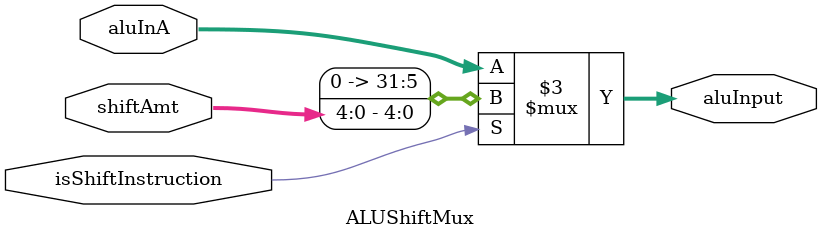
<source format=v>
`timescale 1ns / 1ps


module ALUShiftMux(
    // Inputs
    input isShiftInstruction,
    input [4:0] shiftAmt,
    input [31:0] aluInA,
    // Outputs
    output reg [31:0] aluInput
    );

    always @(*) begin
        if (isShiftInstruction) aluInput = {{27{1'b0}}, shiftAmt};
        else aluInput = aluInA;
    end
endmodule

</source>
